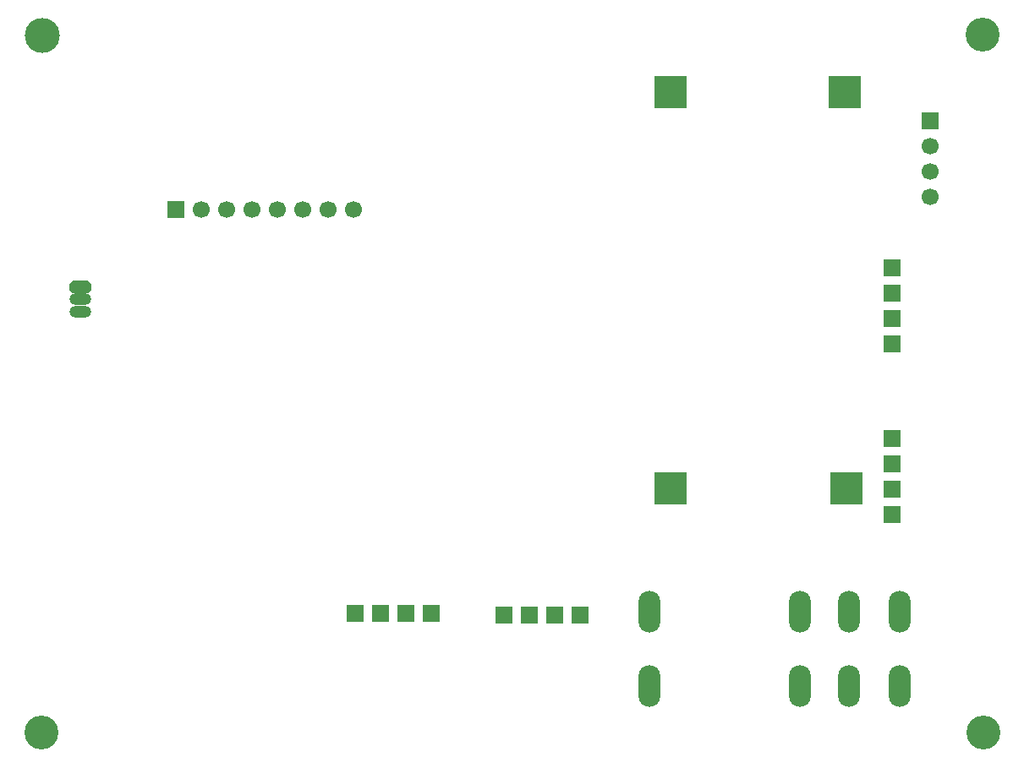
<source format=gbr>
G04 DipTrace 2.4.0.2*
%INBottomMask.gbr*%
%MOMM*%
%ADD30C,3.4*%
%ADD31C,3.5*%
%ADD39R,3.2X3.2*%
%ADD46O,2.2X1.2*%
%ADD50O,2.181X4.181*%
%ADD52C,1.7*%
%ADD54R,1.7X1.7*%
%FSLAX53Y53*%
G04*
G71*
G90*
G75*
G01*
%LNBotMask*%
%LPD*%
D54*
X102118Y38896D3*
Y41436D3*
Y43976D3*
Y46516D3*
Y56042D3*
Y58582D3*
Y61122D3*
Y63662D3*
X48296Y29052D3*
X50836D3*
X53376D3*
X55916D3*
X63220Y28893D3*
X65760D3*
X68300D3*
X70841D3*
X105929Y78428D3*
D52*
Y75888D3*
Y73348D3*
Y70808D3*
D50*
X77827Y29211D3*
Y21718D3*
X92839Y29211D3*
X97817D3*
X102821D3*
X92839Y21718D3*
X97817D3*
X102821D3*
G36*
X20038Y62358D2*
X19730Y62049D1*
Y61467D1*
X20038Y61158D1*
X21621D1*
X21930Y61467D1*
Y62049D1*
X21621Y62358D1*
X20038D1*
X19730Y62049D1*
Y61467D1*
X20038Y61158D1*
X21621D1*
X21930Y61467D1*
Y62049D1*
X21621Y62358D1*
X20038D1*
X19730Y62049D1*
Y61467D1*
X20038Y61158D1*
X21621D1*
X21930Y61467D1*
Y62049D1*
X21621Y62358D1*
X20038D1*
G37*
D46*
X20830Y60488D3*
Y59218D3*
D54*
X30356Y69537D3*
D52*
X32896D3*
X35436D3*
X37976D3*
X40516D3*
X43056D3*
X45596D3*
X48136D3*
D30*
X111168Y87002D3*
X16917Y17068D3*
D31*
X17015Y86926D3*
D30*
X111209Y17068D3*
D39*
X79891Y41595D3*
Y81286D3*
X97355D3*
X97514Y41595D3*
M02*

</source>
